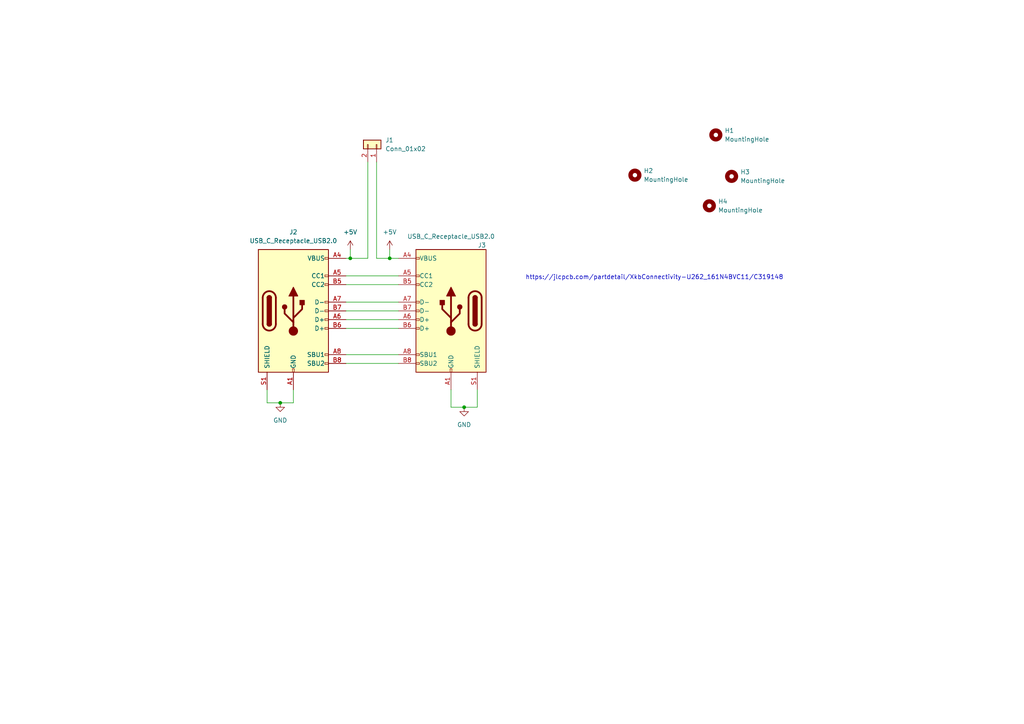
<source format=kicad_sch>
(kicad_sch (version 20211123) (generator eeschema)

  (uuid c77d4592-e6a7-48ae-8e2d-a947d72d2ef1)

  (paper "A4")

  (lib_symbols
    (symbol "Connector:USB_C_Receptacle_USB2.0" (pin_names (offset 1.016)) (in_bom yes) (on_board yes)
      (property "Reference" "J" (id 0) (at -10.16 19.05 0)
        (effects (font (size 1.27 1.27)) (justify left))
      )
      (property "Value" "USB_C_Receptacle_USB2.0" (id 1) (at 19.05 19.05 0)
        (effects (font (size 1.27 1.27)) (justify right))
      )
      (property "Footprint" "" (id 2) (at 3.81 0 0)
        (effects (font (size 1.27 1.27)) hide)
      )
      (property "Datasheet" "https://www.usb.org/sites/default/files/documents/usb_type-c.zip" (id 3) (at 3.81 0 0)
        (effects (font (size 1.27 1.27)) hide)
      )
      (property "ki_keywords" "usb universal serial bus type-C USB2.0" (id 4) (at 0 0 0)
        (effects (font (size 1.27 1.27)) hide)
      )
      (property "ki_description" "USB 2.0-only Type-C Receptacle connector" (id 5) (at 0 0 0)
        (effects (font (size 1.27 1.27)) hide)
      )
      (property "ki_fp_filters" "USB*C*Receptacle*" (id 6) (at 0 0 0)
        (effects (font (size 1.27 1.27)) hide)
      )
      (symbol "USB_C_Receptacle_USB2.0_0_0"
        (rectangle (start -0.254 -17.78) (end 0.254 -16.764)
          (stroke (width 0) (type default) (color 0 0 0 0))
          (fill (type none))
        )
        (rectangle (start 10.16 -14.986) (end 9.144 -15.494)
          (stroke (width 0) (type default) (color 0 0 0 0))
          (fill (type none))
        )
        (rectangle (start 10.16 -12.446) (end 9.144 -12.954)
          (stroke (width 0) (type default) (color 0 0 0 0))
          (fill (type none))
        )
        (rectangle (start 10.16 -4.826) (end 9.144 -5.334)
          (stroke (width 0) (type default) (color 0 0 0 0))
          (fill (type none))
        )
        (rectangle (start 10.16 -2.286) (end 9.144 -2.794)
          (stroke (width 0) (type default) (color 0 0 0 0))
          (fill (type none))
        )
        (rectangle (start 10.16 0.254) (end 9.144 -0.254)
          (stroke (width 0) (type default) (color 0 0 0 0))
          (fill (type none))
        )
        (rectangle (start 10.16 2.794) (end 9.144 2.286)
          (stroke (width 0) (type default) (color 0 0 0 0))
          (fill (type none))
        )
        (rectangle (start 10.16 7.874) (end 9.144 7.366)
          (stroke (width 0) (type default) (color 0 0 0 0))
          (fill (type none))
        )
        (rectangle (start 10.16 10.414) (end 9.144 9.906)
          (stroke (width 0) (type default) (color 0 0 0 0))
          (fill (type none))
        )
        (rectangle (start 10.16 15.494) (end 9.144 14.986)
          (stroke (width 0) (type default) (color 0 0 0 0))
          (fill (type none))
        )
      )
      (symbol "USB_C_Receptacle_USB2.0_0_1"
        (rectangle (start -10.16 17.78) (end 10.16 -17.78)
          (stroke (width 0.254) (type default) (color 0 0 0 0))
          (fill (type background))
        )
        (arc (start -8.89 -3.81) (mid -6.985 -5.715) (end -5.08 -3.81)
          (stroke (width 0.508) (type default) (color 0 0 0 0))
          (fill (type none))
        )
        (arc (start -7.62 -3.81) (mid -6.985 -4.445) (end -6.35 -3.81)
          (stroke (width 0.254) (type default) (color 0 0 0 0))
          (fill (type none))
        )
        (arc (start -7.62 -3.81) (mid -6.985 -4.445) (end -6.35 -3.81)
          (stroke (width 0.254) (type default) (color 0 0 0 0))
          (fill (type outline))
        )
        (rectangle (start -7.62 -3.81) (end -6.35 3.81)
          (stroke (width 0.254) (type default) (color 0 0 0 0))
          (fill (type outline))
        )
        (arc (start -6.35 3.81) (mid -6.985 4.445) (end -7.62 3.81)
          (stroke (width 0.254) (type default) (color 0 0 0 0))
          (fill (type none))
        )
        (arc (start -6.35 3.81) (mid -6.985 4.445) (end -7.62 3.81)
          (stroke (width 0.254) (type default) (color 0 0 0 0))
          (fill (type outline))
        )
        (arc (start -5.08 3.81) (mid -6.985 5.715) (end -8.89 3.81)
          (stroke (width 0.508) (type default) (color 0 0 0 0))
          (fill (type none))
        )
        (circle (center -2.54 1.143) (radius 0.635)
          (stroke (width 0.254) (type default) (color 0 0 0 0))
          (fill (type outline))
        )
        (circle (center 0 -5.842) (radius 1.27)
          (stroke (width 0) (type default) (color 0 0 0 0))
          (fill (type outline))
        )
        (polyline
          (pts
            (xy -8.89 -3.81)
            (xy -8.89 3.81)
          )
          (stroke (width 0.508) (type default) (color 0 0 0 0))
          (fill (type none))
        )
        (polyline
          (pts
            (xy -5.08 3.81)
            (xy -5.08 -3.81)
          )
          (stroke (width 0.508) (type default) (color 0 0 0 0))
          (fill (type none))
        )
        (polyline
          (pts
            (xy 0 -5.842)
            (xy 0 4.318)
          )
          (stroke (width 0.508) (type default) (color 0 0 0 0))
          (fill (type none))
        )
        (polyline
          (pts
            (xy 0 -3.302)
            (xy -2.54 -0.762)
            (xy -2.54 0.508)
          )
          (stroke (width 0.508) (type default) (color 0 0 0 0))
          (fill (type none))
        )
        (polyline
          (pts
            (xy 0 -2.032)
            (xy 2.54 0.508)
            (xy 2.54 1.778)
          )
          (stroke (width 0.508) (type default) (color 0 0 0 0))
          (fill (type none))
        )
        (polyline
          (pts
            (xy -1.27 4.318)
            (xy 0 6.858)
            (xy 1.27 4.318)
            (xy -1.27 4.318)
          )
          (stroke (width 0.254) (type default) (color 0 0 0 0))
          (fill (type outline))
        )
        (rectangle (start 1.905 1.778) (end 3.175 3.048)
          (stroke (width 0.254) (type default) (color 0 0 0 0))
          (fill (type outline))
        )
      )
      (symbol "USB_C_Receptacle_USB2.0_1_1"
        (pin passive line (at 0 -22.86 90) (length 5.08)
          (name "GND" (effects (font (size 1.27 1.27))))
          (number "A1" (effects (font (size 1.27 1.27))))
        )
        (pin passive line (at 0 -22.86 90) (length 5.08) hide
          (name "GND" (effects (font (size 1.27 1.27))))
          (number "A12" (effects (font (size 1.27 1.27))))
        )
        (pin passive line (at 15.24 15.24 180) (length 5.08)
          (name "VBUS" (effects (font (size 1.27 1.27))))
          (number "A4" (effects (font (size 1.27 1.27))))
        )
        (pin bidirectional line (at 15.24 10.16 180) (length 5.08)
          (name "CC1" (effects (font (size 1.27 1.27))))
          (number "A5" (effects (font (size 1.27 1.27))))
        )
        (pin bidirectional line (at 15.24 -2.54 180) (length 5.08)
          (name "D+" (effects (font (size 1.27 1.27))))
          (number "A6" (effects (font (size 1.27 1.27))))
        )
        (pin bidirectional line (at 15.24 2.54 180) (length 5.08)
          (name "D-" (effects (font (size 1.27 1.27))))
          (number "A7" (effects (font (size 1.27 1.27))))
        )
        (pin bidirectional line (at 15.24 -12.7 180) (length 5.08)
          (name "SBU1" (effects (font (size 1.27 1.27))))
          (number "A8" (effects (font (size 1.27 1.27))))
        )
        (pin passive line (at 15.24 15.24 180) (length 5.08) hide
          (name "VBUS" (effects (font (size 1.27 1.27))))
          (number "A9" (effects (font (size 1.27 1.27))))
        )
        (pin passive line (at 0 -22.86 90) (length 5.08) hide
          (name "GND" (effects (font (size 1.27 1.27))))
          (number "B1" (effects (font (size 1.27 1.27))))
        )
        (pin passive line (at 0 -22.86 90) (length 5.08) hide
          (name "GND" (effects (font (size 1.27 1.27))))
          (number "B12" (effects (font (size 1.27 1.27))))
        )
        (pin passive line (at 15.24 15.24 180) (length 5.08) hide
          (name "VBUS" (effects (font (size 1.27 1.27))))
          (number "B4" (effects (font (size 1.27 1.27))))
        )
        (pin bidirectional line (at 15.24 7.62 180) (length 5.08)
          (name "CC2" (effects (font (size 1.27 1.27))))
          (number "B5" (effects (font (size 1.27 1.27))))
        )
        (pin bidirectional line (at 15.24 -5.08 180) (length 5.08)
          (name "D+" (effects (font (size 1.27 1.27))))
          (number "B6" (effects (font (size 1.27 1.27))))
        )
        (pin bidirectional line (at 15.24 0 180) (length 5.08)
          (name "D-" (effects (font (size 1.27 1.27))))
          (number "B7" (effects (font (size 1.27 1.27))))
        )
        (pin bidirectional line (at 15.24 -15.24 180) (length 5.08)
          (name "SBU2" (effects (font (size 1.27 1.27))))
          (number "B8" (effects (font (size 1.27 1.27))))
        )
        (pin passive line (at 15.24 15.24 180) (length 5.08) hide
          (name "VBUS" (effects (font (size 1.27 1.27))))
          (number "B9" (effects (font (size 1.27 1.27))))
        )
        (pin passive line (at -7.62 -22.86 90) (length 5.08)
          (name "SHIELD" (effects (font (size 1.27 1.27))))
          (number "S1" (effects (font (size 1.27 1.27))))
        )
      )
    )
    (symbol "Connector_Generic:Conn_01x02" (pin_names (offset 1.016) hide) (in_bom yes) (on_board yes)
      (property "Reference" "J" (id 0) (at 0 2.54 0)
        (effects (font (size 1.27 1.27)))
      )
      (property "Value" "Conn_01x02" (id 1) (at 0 -5.08 0)
        (effects (font (size 1.27 1.27)))
      )
      (property "Footprint" "" (id 2) (at 0 0 0)
        (effects (font (size 1.27 1.27)) hide)
      )
      (property "Datasheet" "~" (id 3) (at 0 0 0)
        (effects (font (size 1.27 1.27)) hide)
      )
      (property "ki_keywords" "connector" (id 4) (at 0 0 0)
        (effects (font (size 1.27 1.27)) hide)
      )
      (property "ki_description" "Generic connector, single row, 01x02, script generated (kicad-library-utils/schlib/autogen/connector/)" (id 5) (at 0 0 0)
        (effects (font (size 1.27 1.27)) hide)
      )
      (property "ki_fp_filters" "Connector*:*_1x??_*" (id 6) (at 0 0 0)
        (effects (font (size 1.27 1.27)) hide)
      )
      (symbol "Conn_01x02_1_1"
        (rectangle (start -1.27 -2.413) (end 0 -2.667)
          (stroke (width 0.1524) (type default) (color 0 0 0 0))
          (fill (type none))
        )
        (rectangle (start -1.27 0.127) (end 0 -0.127)
          (stroke (width 0.1524) (type default) (color 0 0 0 0))
          (fill (type none))
        )
        (rectangle (start -1.27 1.27) (end 1.27 -3.81)
          (stroke (width 0.254) (type default) (color 0 0 0 0))
          (fill (type background))
        )
        (pin passive line (at -5.08 0 0) (length 3.81)
          (name "Pin_1" (effects (font (size 1.27 1.27))))
          (number "1" (effects (font (size 1.27 1.27))))
        )
        (pin passive line (at -5.08 -2.54 0) (length 3.81)
          (name "Pin_2" (effects (font (size 1.27 1.27))))
          (number "2" (effects (font (size 1.27 1.27))))
        )
      )
    )
    (symbol "Mechanical:MountingHole" (pin_names (offset 1.016)) (in_bom yes) (on_board yes)
      (property "Reference" "H" (id 0) (at 0 5.08 0)
        (effects (font (size 1.27 1.27)))
      )
      (property "Value" "MountingHole" (id 1) (at 0 3.175 0)
        (effects (font (size 1.27 1.27)))
      )
      (property "Footprint" "" (id 2) (at 0 0 0)
        (effects (font (size 1.27 1.27)) hide)
      )
      (property "Datasheet" "~" (id 3) (at 0 0 0)
        (effects (font (size 1.27 1.27)) hide)
      )
      (property "ki_keywords" "mounting hole" (id 4) (at 0 0 0)
        (effects (font (size 1.27 1.27)) hide)
      )
      (property "ki_description" "Mounting Hole without connection" (id 5) (at 0 0 0)
        (effects (font (size 1.27 1.27)) hide)
      )
      (property "ki_fp_filters" "MountingHole*" (id 6) (at 0 0 0)
        (effects (font (size 1.27 1.27)) hide)
      )
      (symbol "MountingHole_0_1"
        (circle (center 0 0) (radius 1.27)
          (stroke (width 1.27) (type default) (color 0 0 0 0))
          (fill (type none))
        )
      )
    )
    (symbol "power:+5V" (power) (pin_names (offset 0)) (in_bom yes) (on_board yes)
      (property "Reference" "#PWR" (id 0) (at 0 -3.81 0)
        (effects (font (size 1.27 1.27)) hide)
      )
      (property "Value" "+5V" (id 1) (at 0 3.556 0)
        (effects (font (size 1.27 1.27)))
      )
      (property "Footprint" "" (id 2) (at 0 0 0)
        (effects (font (size 1.27 1.27)) hide)
      )
      (property "Datasheet" "" (id 3) (at 0 0 0)
        (effects (font (size 1.27 1.27)) hide)
      )
      (property "ki_keywords" "global power" (id 4) (at 0 0 0)
        (effects (font (size 1.27 1.27)) hide)
      )
      (property "ki_description" "Power symbol creates a global label with name \"+5V\"" (id 5) (at 0 0 0)
        (effects (font (size 1.27 1.27)) hide)
      )
      (symbol "+5V_0_1"
        (polyline
          (pts
            (xy -0.762 1.27)
            (xy 0 2.54)
          )
          (stroke (width 0) (type default) (color 0 0 0 0))
          (fill (type none))
        )
        (polyline
          (pts
            (xy 0 0)
            (xy 0 2.54)
          )
          (stroke (width 0) (type default) (color 0 0 0 0))
          (fill (type none))
        )
        (polyline
          (pts
            (xy 0 2.54)
            (xy 0.762 1.27)
          )
          (stroke (width 0) (type default) (color 0 0 0 0))
          (fill (type none))
        )
      )
      (symbol "+5V_1_1"
        (pin power_in line (at 0 0 90) (length 0) hide
          (name "+5V" (effects (font (size 1.27 1.27))))
          (number "1" (effects (font (size 1.27 1.27))))
        )
      )
    )
    (symbol "power:GND" (power) (pin_names (offset 0)) (in_bom yes) (on_board yes)
      (property "Reference" "#PWR" (id 0) (at 0 -6.35 0)
        (effects (font (size 1.27 1.27)) hide)
      )
      (property "Value" "GND" (id 1) (at 0 -3.81 0)
        (effects (font (size 1.27 1.27)))
      )
      (property "Footprint" "" (id 2) (at 0 0 0)
        (effects (font (size 1.27 1.27)) hide)
      )
      (property "Datasheet" "" (id 3) (at 0 0 0)
        (effects (font (size 1.27 1.27)) hide)
      )
      (property "ki_keywords" "global power" (id 4) (at 0 0 0)
        (effects (font (size 1.27 1.27)) hide)
      )
      (property "ki_description" "Power symbol creates a global label with name \"GND\" , ground" (id 5) (at 0 0 0)
        (effects (font (size 1.27 1.27)) hide)
      )
      (symbol "GND_0_1"
        (polyline
          (pts
            (xy 0 0)
            (xy 0 -1.27)
            (xy 1.27 -1.27)
            (xy 0 -2.54)
            (xy -1.27 -1.27)
            (xy 0 -1.27)
          )
          (stroke (width 0) (type default) (color 0 0 0 0))
          (fill (type none))
        )
      )
      (symbol "GND_1_1"
        (pin power_in line (at 0 0 270) (length 0) hide
          (name "GND" (effects (font (size 1.27 1.27))))
          (number "1" (effects (font (size 1.27 1.27))))
        )
      )
    )
  )

  (junction (at 101.6 74.93) (diameter 0) (color 0 0 0 0)
    (uuid 33845689-0f73-4b55-a464-8618e8618e3f)
  )
  (junction (at 134.62 118.11) (diameter 0) (color 0 0 0 0)
    (uuid a62bcea4-dec8-4b4d-ab4e-8802c246ed23)
  )
  (junction (at 113.03 74.93) (diameter 0) (color 0 0 0 0)
    (uuid b0f612f5-1819-4f13-be96-f8b15013dce4)
  )
  (junction (at 81.28 116.84) (diameter 0) (color 0 0 0 0)
    (uuid ff66ddfc-40fe-4b02-9bf2-dfbe1ce420c8)
  )

  (wire (pts (xy 134.62 118.11) (xy 130.81 118.11))
    (stroke (width 0) (type default) (color 0 0 0 0))
    (uuid 0010336a-575b-4f7b-9b93-2058224b1f5a)
  )
  (wire (pts (xy 77.47 116.84) (xy 81.28 116.84))
    (stroke (width 0) (type default) (color 0 0 0 0))
    (uuid 02b94cb4-5b8a-45d8-b5a7-9132349b244f)
  )
  (wire (pts (xy 101.6 72.39) (xy 101.6 74.93))
    (stroke (width 0) (type default) (color 0 0 0 0))
    (uuid 0678ee0d-308f-493f-92c4-b83ca0b405a4)
  )
  (wire (pts (xy 138.43 118.11) (xy 134.62 118.11))
    (stroke (width 0) (type default) (color 0 0 0 0))
    (uuid 2d50a699-4b86-4b44-a7ff-c1cf09c9bf9c)
  )
  (wire (pts (xy 100.33 92.71) (xy 115.57 92.71))
    (stroke (width 0) (type default) (color 0 0 0 0))
    (uuid 4338293d-d121-4a72-8ffa-2f683983ac96)
  )
  (wire (pts (xy 85.09 116.84) (xy 85.09 113.03))
    (stroke (width 0) (type default) (color 0 0 0 0))
    (uuid 4c705e6b-1647-4fe8-a4d2-5671886e7042)
  )
  (wire (pts (xy 100.33 102.87) (xy 115.57 102.87))
    (stroke (width 0) (type default) (color 0 0 0 0))
    (uuid 5f4f95f4-0672-4397-a5f2-229017e057cb)
  )
  (wire (pts (xy 100.33 95.25) (xy 115.57 95.25))
    (stroke (width 0) (type default) (color 0 0 0 0))
    (uuid 6ba606c2-9309-4224-af63-e06313670cf7)
  )
  (wire (pts (xy 106.68 46.99) (xy 106.68 74.93))
    (stroke (width 0) (type default) (color 0 0 0 0))
    (uuid 6bc1791b-f34d-436d-8551-efdb2385258b)
  )
  (wire (pts (xy 81.28 116.84) (xy 85.09 116.84))
    (stroke (width 0) (type default) (color 0 0 0 0))
    (uuid 7b75bfe6-c391-47b1-8653-f6ef5561214c)
  )
  (wire (pts (xy 100.33 80.01) (xy 115.57 80.01))
    (stroke (width 0) (type default) (color 0 0 0 0))
    (uuid 8103a794-f5f3-4cd6-ab44-ccf58018f4ee)
  )
  (wire (pts (xy 100.33 82.55) (xy 115.57 82.55))
    (stroke (width 0) (type default) (color 0 0 0 0))
    (uuid 8456208f-8def-432d-9565-5cbd5a67cf87)
  )
  (wire (pts (xy 113.03 72.39) (xy 113.03 74.93))
    (stroke (width 0) (type default) (color 0 0 0 0))
    (uuid 89916abe-3bcb-47d5-a715-93071b8e00a8)
  )
  (wire (pts (xy 100.33 90.17) (xy 115.57 90.17))
    (stroke (width 0) (type default) (color 0 0 0 0))
    (uuid 90a31606-c2e2-455f-9614-831fb64c218a)
  )
  (wire (pts (xy 130.81 118.11) (xy 130.81 113.03))
    (stroke (width 0) (type default) (color 0 0 0 0))
    (uuid 99e9131c-a826-4f52-aa17-08973b00bdec)
  )
  (wire (pts (xy 101.6 74.93) (xy 100.33 74.93))
    (stroke (width 0) (type default) (color 0 0 0 0))
    (uuid b8b6c8e9-b727-49c8-8474-d8b13aef3d2f)
  )
  (wire (pts (xy 113.03 74.93) (xy 115.57 74.93))
    (stroke (width 0) (type default) (color 0 0 0 0))
    (uuid bdd90012-aa04-4720-9678-0a44a0c6938a)
  )
  (wire (pts (xy 109.22 46.99) (xy 109.22 74.93))
    (stroke (width 0) (type default) (color 0 0 0 0))
    (uuid c0536106-b235-422f-978e-0d1e97b3f25c)
  )
  (wire (pts (xy 77.47 113.03) (xy 77.47 116.84))
    (stroke (width 0) (type default) (color 0 0 0 0))
    (uuid c2046da6-8719-4b19-ba18-166f95597b4a)
  )
  (wire (pts (xy 109.22 74.93) (xy 113.03 74.93))
    (stroke (width 0) (type default) (color 0 0 0 0))
    (uuid d0c01c1d-11ed-4c88-8cc2-d6a87cf96762)
  )
  (wire (pts (xy 100.33 87.63) (xy 115.57 87.63))
    (stroke (width 0) (type default) (color 0 0 0 0))
    (uuid d514ce44-6a19-47b6-af0c-b3d0aede25e5)
  )
  (wire (pts (xy 138.43 113.03) (xy 138.43 118.11))
    (stroke (width 0) (type default) (color 0 0 0 0))
    (uuid ef653451-32a5-4dfb-8267-82e0f4749734)
  )
  (wire (pts (xy 101.6 74.93) (xy 106.68 74.93))
    (stroke (width 0) (type default) (color 0 0 0 0))
    (uuid f12e616e-7350-4eb0-8d23-0eea65ee5e7f)
  )
  (wire (pts (xy 100.33 105.41) (xy 115.57 105.41))
    (stroke (width 0) (type default) (color 0 0 0 0))
    (uuid f429e30f-a0eb-4edf-92db-02e53657f179)
  )

  (text "https://jlcpcb.com/partdetail/XkbConnectivity-U262_161N4BVC11/C319148"
    (at 152.4 81.28 0)
    (effects (font (size 1.27 1.27)) (justify left bottom))
    (uuid c3e7a15a-8df0-415d-b1da-6d28c1df7f79)
  )

  (symbol (lib_id "Mechanical:MountingHole") (at 205.74 59.69 0) (unit 1)
    (in_bom yes) (on_board yes) (fields_autoplaced)
    (uuid 368bb184-86ce-4e11-817a-ea0793449bed)
    (property "Reference" "H4" (id 0) (at 208.28 58.4199 0)
      (effects (font (size 1.27 1.27)) (justify left))
    )
    (property "Value" "MountingHole" (id 1) (at 208.28 60.9599 0)
      (effects (font (size 1.27 1.27)) (justify left))
    )
    (property "Footprint" "" (id 2) (at 205.74 59.69 0)
      (effects (font (size 1.27 1.27)) hide)
    )
    (property "Datasheet" "~" (id 3) (at 205.74 59.69 0)
      (effects (font (size 1.27 1.27)) hide)
    )
  )

  (symbol (lib_id "power:+5V") (at 101.6 72.39 0) (unit 1)
    (in_bom yes) (on_board yes) (fields_autoplaced)
    (uuid 482d7c41-1bff-41a0-ac76-bb30f264dec8)
    (property "Reference" "#PWR01" (id 0) (at 101.6 76.2 0)
      (effects (font (size 1.27 1.27)) hide)
    )
    (property "Value" "+5V" (id 1) (at 101.6 67.31 0))
    (property "Footprint" "" (id 2) (at 101.6 72.39 0)
      (effects (font (size 1.27 1.27)) hide)
    )
    (property "Datasheet" "" (id 3) (at 101.6 72.39 0)
      (effects (font (size 1.27 1.27)) hide)
    )
    (pin "1" (uuid 1dd84264-4827-41c8-ad4b-870d28fdcabf))
  )

  (symbol (lib_id "Mechanical:MountingHole") (at 207.6247 39.1376 0) (unit 1)
    (in_bom yes) (on_board yes) (fields_autoplaced)
    (uuid 4a7e4e3b-ae39-4b0e-a125-18714ef30486)
    (property "Reference" "H1" (id 0) (at 210.1647 37.8675 0)
      (effects (font (size 1.27 1.27)) (justify left))
    )
    (property "Value" "MountingHole" (id 1) (at 210.1647 40.4075 0)
      (effects (font (size 1.27 1.27)) (justify left))
    )
    (property "Footprint" "" (id 2) (at 207.6247 39.1376 0)
      (effects (font (size 1.27 1.27)) hide)
    )
    (property "Datasheet" "~" (id 3) (at 207.6247 39.1376 0)
      (effects (font (size 1.27 1.27)) hide)
    )
  )

  (symbol (lib_id "power:GND") (at 134.62 118.11 0) (unit 1)
    (in_bom yes) (on_board yes) (fields_autoplaced)
    (uuid 56bdaec4-a65b-407c-b19e-c77e997f13be)
    (property "Reference" "#PWR04" (id 0) (at 134.62 124.46 0)
      (effects (font (size 1.27 1.27)) hide)
    )
    (property "Value" "GND" (id 1) (at 134.62 123.19 0))
    (property "Footprint" "" (id 2) (at 134.62 118.11 0)
      (effects (font (size 1.27 1.27)) hide)
    )
    (property "Datasheet" "" (id 3) (at 134.62 118.11 0)
      (effects (font (size 1.27 1.27)) hide)
    )
    (pin "1" (uuid dfa8a8a4-f981-41af-ba7a-f088c7699502))
  )

  (symbol (lib_id "Mechanical:MountingHole") (at 184.15 50.8 0) (unit 1)
    (in_bom yes) (on_board yes) (fields_autoplaced)
    (uuid 67a03237-e929-45ec-a556-fc539c63d0fb)
    (property "Reference" "H2" (id 0) (at 186.69 49.5299 0)
      (effects (font (size 1.27 1.27)) (justify left))
    )
    (property "Value" "MountingHole" (id 1) (at 186.69 52.0699 0)
      (effects (font (size 1.27 1.27)) (justify left))
    )
    (property "Footprint" "" (id 2) (at 184.15 50.8 0)
      (effects (font (size 1.27 1.27)) hide)
    )
    (property "Datasheet" "~" (id 3) (at 184.15 50.8 0)
      (effects (font (size 1.27 1.27)) hide)
    )
  )

  (symbol (lib_id "power:+5V") (at 113.03 72.39 0) (unit 1)
    (in_bom yes) (on_board yes) (fields_autoplaced)
    (uuid 82319c6a-c8f2-4bc4-8446-e48c4948afc3)
    (property "Reference" "#PWR02" (id 0) (at 113.03 76.2 0)
      (effects (font (size 1.27 1.27)) hide)
    )
    (property "Value" "+5V" (id 1) (at 113.03 67.31 0))
    (property "Footprint" "" (id 2) (at 113.03 72.39 0)
      (effects (font (size 1.27 1.27)) hide)
    )
    (property "Datasheet" "" (id 3) (at 113.03 72.39 0)
      (effects (font (size 1.27 1.27)) hide)
    )
    (pin "1" (uuid 04f0748e-de5d-4455-8e0c-3810c56ce63e))
  )

  (symbol (lib_id "Mechanical:MountingHole") (at 212.1933 51.155 0) (unit 1)
    (in_bom yes) (on_board yes) (fields_autoplaced)
    (uuid 9cf97981-cb9a-49b7-a436-fe9dacb84a2d)
    (property "Reference" "H3" (id 0) (at 214.7333 49.8849 0)
      (effects (font (size 1.27 1.27)) (justify left))
    )
    (property "Value" "MountingHole" (id 1) (at 214.7333 52.4249 0)
      (effects (font (size 1.27 1.27)) (justify left))
    )
    (property "Footprint" "" (id 2) (at 212.1933 51.155 0)
      (effects (font (size 1.27 1.27)) hide)
    )
    (property "Datasheet" "~" (id 3) (at 212.1933 51.155 0)
      (effects (font (size 1.27 1.27)) hide)
    )
  )

  (symbol (lib_id "Connector:USB_C_Receptacle_USB2.0") (at 130.81 90.17 0) (mirror y) (unit 1)
    (in_bom yes) (on_board yes)
    (uuid a2dfbc60-215f-4179-adf8-3940f5a9ed9f)
    (property "Reference" "J3" (id 0) (at 140.97 71.12 0)
      (effects (font (size 1.27 1.27)) (justify left))
    )
    (property "Value" "USB_C_Receptacle_USB2.0" (id 1) (at 118.11 68.58 0)
      (effects (font (size 1.27 1.27)) (justify right))
    )
    (property "Footprint" "Connector_USB:USB_C_Receptacle_XKB_U262-16XN-4BVC11" (id 2) (at 127 90.17 0)
      (effects (font (size 1.27 1.27)) hide)
    )
    (property "Datasheet" "https://www.usb.org/sites/default/files/documents/usb_type-c.zip" (id 3) (at 127 90.17 0)
      (effects (font (size 1.27 1.27)) hide)
    )
    (pin "A1" (uuid 1ccfa1a0-b2a2-4c3a-addc-4dcf0c4af32c))
    (pin "A12" (uuid 48fe5655-a00a-461b-a99b-9ddb7e7c39b4))
    (pin "A4" (uuid 47c6d381-f494-49f8-b355-95033339de94))
    (pin "A5" (uuid 8f5567c8-a145-4b69-bb16-50a73a54e9ab))
    (pin "A6" (uuid 2f0b23ff-4382-4049-ab46-95349d7ff077))
    (pin "A7" (uuid 26933715-9567-41af-af8e-a31e093cc777))
    (pin "A8" (uuid 21d08ef5-873a-4a5e-87d6-0f68f56b62ba))
    (pin "A9" (uuid 95404183-2165-43b7-ba53-2196294467d5))
    (pin "B1" (uuid f5cebf6a-5d46-4933-8ee1-63a41cbb8ab1))
    (pin "B12" (uuid 25486076-8177-4aaf-8684-33459477f467))
    (pin "B4" (uuid fae6ad12-1f19-4382-869e-edf6851cffe6))
    (pin "B5" (uuid d7cb4903-fa4e-4bf5-a014-261eb17d1573))
    (pin "B6" (uuid b7cd1195-770e-4743-b154-ca76e7aa3722))
    (pin "B7" (uuid 714c0e50-6139-420d-a9a1-62e5e833a3d1))
    (pin "B8" (uuid f45b0c8d-1295-4e0a-b876-837ab0849d2f))
    (pin "B9" (uuid dd9e392c-ba91-49dd-b44c-81b49c9366a2))
    (pin "S1" (uuid 07aee25c-5de5-4364-8e38-48c255f70a5c))
  )

  (symbol (lib_id "power:GND") (at 81.28 116.84 0) (unit 1)
    (in_bom yes) (on_board yes) (fields_autoplaced)
    (uuid c319fcc3-e5bf-4d03-ab1c-f15ea771e946)
    (property "Reference" "#PWR03" (id 0) (at 81.28 123.19 0)
      (effects (font (size 1.27 1.27)) hide)
    )
    (property "Value" "GND" (id 1) (at 81.28 121.92 0))
    (property "Footprint" "" (id 2) (at 81.28 116.84 0)
      (effects (font (size 1.27 1.27)) hide)
    )
    (property "Datasheet" "" (id 3) (at 81.28 116.84 0)
      (effects (font (size 1.27 1.27)) hide)
    )
    (pin "1" (uuid 55b63406-a7cf-4c37-9baf-b4b2b6d843a5))
  )

  (symbol (lib_id "Connector_Generic:Conn_01x02") (at 109.22 41.91 270) (mirror x) (unit 1)
    (in_bom yes) (on_board yes) (fields_autoplaced)
    (uuid d734d775-8c7e-4750-96e6-2f7264c8d815)
    (property "Reference" "J1" (id 0) (at 111.76 40.6399 90)
      (effects (font (size 1.27 1.27)) (justify left))
    )
    (property "Value" "Conn_01x02" (id 1) (at 111.76 43.1799 90)
      (effects (font (size 1.27 1.27)) (justify left))
    )
    (property "Footprint" "Connector_JST:JST_XH_B2B-XH-A_1x02_P2.50mm_Vertical" (id 2) (at 109.22 41.91 0)
      (effects (font (size 1.27 1.27)) hide)
    )
    (property "Datasheet" "~" (id 3) (at 109.22 41.91 0)
      (effects (font (size 1.27 1.27)) hide)
    )
    (pin "1" (uuid 739e92c8-89c1-4edc-bd18-7d99161574e9))
    (pin "2" (uuid 1082264c-b646-46fa-89ea-cb9bdb1fc41c))
  )

  (symbol (lib_id "Connector:USB_C_Receptacle_USB2.0") (at 85.09 90.17 0) (unit 1)
    (in_bom yes) (on_board yes) (fields_autoplaced)
    (uuid f6e8f25c-9d89-46ae-9d13-fd7c22989836)
    (property "Reference" "J2" (id 0) (at 85.09 67.31 0))
    (property "Value" "USB_C_Receptacle_USB2.0" (id 1) (at 85.09 69.85 0))
    (property "Footprint" "Connector_USB:USB_C_Receptacle_XKB_U262-16XN-4BVC11" (id 2) (at 88.9 90.17 0)
      (effects (font (size 1.27 1.27)) hide)
    )
    (property "Datasheet" "https://www.usb.org/sites/default/files/documents/usb_type-c.zip" (id 3) (at 88.9 90.17 0)
      (effects (font (size 1.27 1.27)) hide)
    )
    (pin "A1" (uuid c7fa6c33-c3e9-4056-a241-4effdccff57c))
    (pin "A12" (uuid e6431035-2a21-4107-86f6-07f07e111322))
    (pin "A4" (uuid 4c7a1a70-9993-4d38-a7ce-315ce376ad96))
    (pin "A5" (uuid 3ce16fe3-13aa-48e0-85f5-b62ff0b39c06))
    (pin "A6" (uuid 5c7d0b9d-045c-430b-a7ac-ab2c9a572d0b))
    (pin "A7" (uuid eec4402c-b526-4faa-bd8c-0787b5e9d0c2))
    (pin "A8" (uuid 4d7f53d6-ff6b-4777-97b8-1d1dd7728524))
    (pin "A9" (uuid 4406ef5d-3d29-4581-97ea-bdaf1b5e6279))
    (pin "B1" (uuid 694ed6a8-d86a-44bb-b3ef-5c08701d5821))
    (pin "B12" (uuid 0e87ef5f-9581-43b7-b7d1-68142d47ec9c))
    (pin "B4" (uuid 64a985d1-67e7-4808-af19-03d8ffb49c09))
    (pin "B5" (uuid 1a60b12c-2ad7-48fd-90dd-c6120a6fa7ea))
    (pin "B6" (uuid 02f1b559-e04e-4d28-b4a8-ee96448a558e))
    (pin "B7" (uuid 9be9297f-b454-4ef9-8134-6825f256bdb3))
    (pin "B8" (uuid 6c9ad8c5-01f5-45c9-aa40-f1b0c6ce0082))
    (pin "B9" (uuid 4f31ed83-4d57-4a95-90fa-fb0865d057d8))
    (pin "S1" (uuid 635454a0-2d2a-42e8-b966-bec44c8b7074))
  )

  (sheet_instances
    (path "/" (page "1"))
  )

  (symbol_instances
    (path "/482d7c41-1bff-41a0-ac76-bb30f264dec8"
      (reference "#PWR01") (unit 1) (value "+5V") (footprint "")
    )
    (path "/82319c6a-c8f2-4bc4-8446-e48c4948afc3"
      (reference "#PWR02") (unit 1) (value "+5V") (footprint "")
    )
    (path "/c319fcc3-e5bf-4d03-ab1c-f15ea771e946"
      (reference "#PWR03") (unit 1) (value "GND") (footprint "")
    )
    (path "/56bdaec4-a65b-407c-b19e-c77e997f13be"
      (reference "#PWR04") (unit 1) (value "GND") (footprint "")
    )
    (path "/4a7e4e3b-ae39-4b0e-a125-18714ef30486"
      (reference "H1") (unit 1) (value "MountingHole") (footprint "")
    )
    (path "/67a03237-e929-45ec-a556-fc539c63d0fb"
      (reference "H2") (unit 1) (value "MountingHole") (footprint "")
    )
    (path "/9cf97981-cb9a-49b7-a436-fe9dacb84a2d"
      (reference "H3") (unit 1) (value "MountingHole") (footprint "")
    )
    (path "/368bb184-86ce-4e11-817a-ea0793449bed"
      (reference "H4") (unit 1) (value "MountingHole") (footprint "")
    )
    (path "/d734d775-8c7e-4750-96e6-2f7264c8d815"
      (reference "J1") (unit 1) (value "Conn_01x02") (footprint "Connector_JST:JST_XH_B2B-XH-A_1x02_P2.50mm_Vertical")
    )
    (path "/f6e8f25c-9d89-46ae-9d13-fd7c22989836"
      (reference "J2") (unit 1) (value "USB_C_Receptacle_USB2.0") (footprint "Connector_USB:USB_C_Receptacle_XKB_U262-16XN-4BVC11")
    )
    (path "/a2dfbc60-215f-4179-adf8-3940f5a9ed9f"
      (reference "J3") (unit 1) (value "USB_C_Receptacle_USB2.0") (footprint "Connector_USB:USB_C_Receptacle_XKB_U262-16XN-4BVC11")
    )
  )
)

</source>
